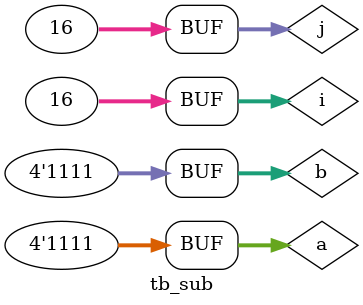
<source format=v>
module tb_sub();
reg[3:0] a,b;
wire[7:0] c;
integer i,j;
multiplier m1(a,b,c);
initial
begin
    a=0;
    b=0;
    $dumpfile("multiplier.vcd");
    $dumpvars(0);
end

initial
begin
$monitor("time: %t,a=%b,b=%b,c=%b",$time,a,b,c);
for (i=0;i<16;i=i+1) begin
    for(j=0;j<16;j=j+1) begin
        a=i;
        b=j;
        #10;
    end
end
end
endmodule

</source>
